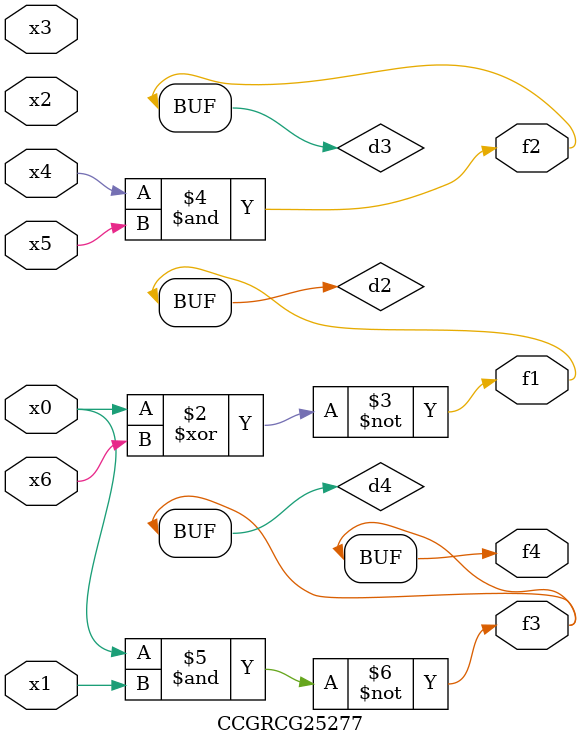
<source format=v>
module CCGRCG25277(
	input x0, x1, x2, x3, x4, x5, x6,
	output f1, f2, f3, f4
);

	wire d1, d2, d3, d4;

	nor (d1, x0);
	xnor (d2, x0, x6);
	and (d3, x4, x5);
	nand (d4, x0, x1);
	assign f1 = d2;
	assign f2 = d3;
	assign f3 = d4;
	assign f4 = d4;
endmodule

</source>
